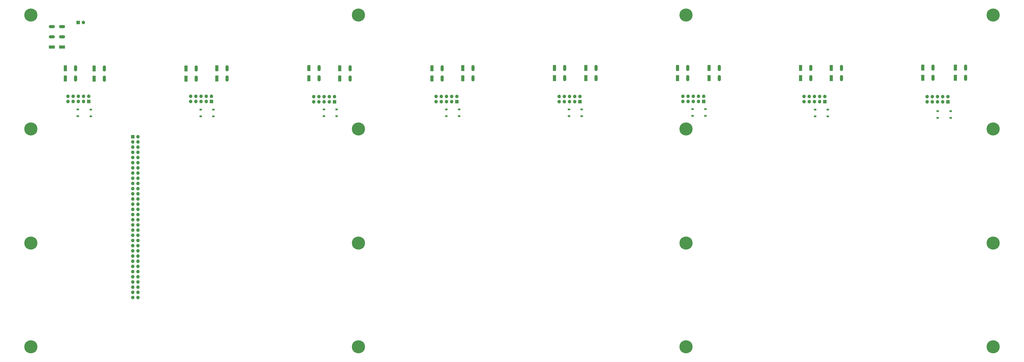
<source format=gbr>
%TF.GenerationSoftware,KiCad,Pcbnew,7.0.8*%
%TF.CreationDate,2023-11-15T12:31:59+01:00*%
%TF.ProjectId,secondary-board-rev1,7365636f-6e64-4617-9279-2d626f617264,rev?*%
%TF.SameCoordinates,Original*%
%TF.FileFunction,Soldermask,Top*%
%TF.FilePolarity,Negative*%
%FSLAX46Y46*%
G04 Gerber Fmt 4.6, Leading zero omitted, Abs format (unit mm)*
G04 Created by KiCad (PCBNEW 7.0.8) date 2023-11-15 12:31:59*
%MOMM*%
%LPD*%
G01*
G04 APERTURE LIST*
G04 Aperture macros list*
%AMRoundRect*
0 Rectangle with rounded corners*
0 $1 Rounding radius*
0 $2 $3 $4 $5 $6 $7 $8 $9 X,Y pos of 4 corners*
0 Add a 4 corners polygon primitive as box body*
4,1,4,$2,$3,$4,$5,$6,$7,$8,$9,$2,$3,0*
0 Add four circle primitives for the rounded corners*
1,1,$1+$1,$2,$3*
1,1,$1+$1,$4,$5*
1,1,$1+$1,$6,$7*
1,1,$1+$1,$8,$9*
0 Add four rect primitives between the rounded corners*
20,1,$1+$1,$2,$3,$4,$5,0*
20,1,$1+$1,$4,$5,$6,$7,0*
20,1,$1+$1,$6,$7,$8,$9,0*
20,1,$1+$1,$8,$9,$2,$3,0*%
G04 Aperture macros list end*
%ADD10R,1.500000X3.000000*%
%ADD11O,1.500000X3.000000*%
%ADD12C,0.800000*%
%ADD13C,6.400000*%
%ADD14RoundRect,0.225000X0.375000X-0.225000X0.375000X0.225000X-0.375000X0.225000X-0.375000X-0.225000X0*%
%ADD15R,1.700000X1.700000*%
%ADD16O,1.700000X1.700000*%
%ADD17R,3.000000X1.500000*%
%ADD18O,3.000000X1.500000*%
G04 APERTURE END LIST*
D10*
%TO.C,J8*%
X436503710Y-570744801D03*
X436503710Y-575744801D03*
D11*
X441503710Y-570744801D03*
X441503710Y-575744801D03*
%TD*%
D12*
%TO.C,H108*%
X438226938Y-656544801D03*
X438929882Y-654847745D03*
X438929882Y-658241857D03*
X440626938Y-654144801D03*
D13*
X440626938Y-656544801D03*
D12*
X440626938Y-658944801D03*
X442323994Y-654847745D03*
X442323994Y-658241857D03*
X443026938Y-656544801D03*
%TD*%
D14*
%TO.C,D128*%
X323573710Y-594368135D03*
X323573710Y-591068135D03*
%TD*%
D12*
%TO.C,H108*%
X278226938Y-544878135D03*
X278929882Y-543181079D03*
X278929882Y-546575191D03*
X280626938Y-542478135D03*
D13*
X280626938Y-544878135D03*
D12*
X280626938Y-547278135D03*
X282323994Y-543181079D03*
X282323994Y-546575191D03*
X283026938Y-544878135D03*
%TD*%
D14*
%TO.C,D130*%
X443873710Y-594268135D03*
X443873710Y-590968135D03*
%TD*%
D10*
%TO.C,J15*%
X196353710Y-571044801D03*
X196353710Y-576044801D03*
D11*
X201353710Y-571044801D03*
X201353710Y-576044801D03*
%TD*%
D14*
%TO.C,D129*%
X450073710Y-594268135D03*
X450073710Y-590968135D03*
%TD*%
%TO.C,D118*%
X263773710Y-594368135D03*
X263773710Y-591068135D03*
%TD*%
D15*
%TO.C,J109*%
X148873710Y-587218135D03*
D16*
X148873710Y-584678135D03*
X146333710Y-587218135D03*
X146333710Y-584678135D03*
X143793710Y-587218135D03*
X143793710Y-584678135D03*
X141253710Y-587218135D03*
X141253710Y-584678135D03*
X138713710Y-587218135D03*
X138713710Y-584678135D03*
%TD*%
D10*
%TO.C,J7*%
X451903710Y-570744801D03*
X451903710Y-575744801D03*
D11*
X456903710Y-570744801D03*
X456903710Y-575744801D03*
%TD*%
D10*
%TO.C,J2*%
X137403710Y-570944801D03*
X137403710Y-575944801D03*
D11*
X142403710Y-570944801D03*
X142403710Y-575944801D03*
%TD*%
D12*
%TO.C,H108*%
X438226938Y-707378135D03*
X438929882Y-705681079D03*
X438929882Y-709075191D03*
X440626938Y-704978135D03*
D13*
X440626938Y-707378135D03*
D12*
X440626938Y-709778135D03*
X442323994Y-705681079D03*
X442323994Y-709075191D03*
X443026938Y-707378135D03*
%TD*%
%TO.C,H108*%
X278226938Y-707378135D03*
X278929882Y-705681079D03*
X278929882Y-709075191D03*
X280626938Y-704978135D03*
D13*
X280626938Y-707378135D03*
D12*
X280626938Y-709778135D03*
X282323994Y-705681079D03*
X282323994Y-709075191D03*
X283026938Y-707378135D03*
%TD*%
D14*
%TO.C,D132*%
X503673710Y-594468135D03*
X503673710Y-591168135D03*
%TD*%
%TO.C,D134*%
X569873710Y-595268135D03*
X569873710Y-591968135D03*
%TD*%
D12*
%TO.C,H108*%
X588226938Y-707378135D03*
X588929882Y-705681079D03*
X588929882Y-709075191D03*
X590626938Y-704978135D03*
D13*
X590626938Y-707378135D03*
D12*
X590626938Y-709778135D03*
X592323994Y-705681079D03*
X592323994Y-709075191D03*
X593026938Y-707378135D03*
%TD*%
%TO.C,H108*%
X118226938Y-544878135D03*
X118929882Y-543181079D03*
X118929882Y-546575191D03*
X120626938Y-542478135D03*
D13*
X120626938Y-544878135D03*
D12*
X120626938Y-547278135D03*
X122323994Y-543181079D03*
X122323994Y-546575191D03*
X123026938Y-544878135D03*
%TD*%
D10*
%TO.C,J17*%
X256353710Y-570844801D03*
X256353710Y-575844801D03*
D11*
X261353710Y-570844801D03*
X261353710Y-575844801D03*
%TD*%
D10*
%TO.C,J3*%
X572203710Y-570644801D03*
X572203710Y-575644801D03*
D11*
X577203710Y-570644801D03*
X577203710Y-575644801D03*
%TD*%
D15*
%TO.C,J116*%
X568533710Y-587418135D03*
D16*
X568533710Y-584878135D03*
X565993710Y-587418135D03*
X565993710Y-584878135D03*
X563453710Y-587418135D03*
X563453710Y-584878135D03*
X560913710Y-587418135D03*
X560913710Y-584878135D03*
X558373710Y-587418135D03*
X558373710Y-584878135D03*
%TD*%
D12*
%TO.C,H108*%
X118226938Y-600711468D03*
X118929882Y-599014412D03*
X118929882Y-602408524D03*
X120626938Y-598311468D03*
D13*
X120626938Y-600711468D03*
D12*
X120626938Y-603111468D03*
X122323994Y-599014412D03*
X122323994Y-602408524D03*
X123026938Y-600711468D03*
%TD*%
D10*
%TO.C,J11*%
X376353710Y-570744801D03*
X376353710Y-575744801D03*
D11*
X381353710Y-570744801D03*
X381353710Y-575744801D03*
%TD*%
D14*
%TO.C,D122*%
X383473710Y-594368135D03*
X383473710Y-591068135D03*
%TD*%
%TO.C,D133*%
X203573710Y-594468135D03*
X203573710Y-591168135D03*
%TD*%
D15*
%TO.C,J114*%
X449263710Y-587208135D03*
D16*
X449263710Y-584668135D03*
X446723710Y-587208135D03*
X446723710Y-584668135D03*
X444183710Y-587208135D03*
X444183710Y-584668135D03*
X441643710Y-587208135D03*
X441643710Y-584668135D03*
X439103710Y-587208135D03*
X439103710Y-584668135D03*
%TD*%
D14*
%TO.C,D123*%
X149873710Y-594468135D03*
X149873710Y-591168135D03*
%TD*%
D10*
%TO.C,J9*%
X391703710Y-570744801D03*
X391703710Y-575744801D03*
D11*
X396703710Y-570744801D03*
X396703710Y-575744801D03*
%TD*%
D15*
%TO.C,J112*%
X328673710Y-587318135D03*
D16*
X328673710Y-584778135D03*
X326133710Y-587318135D03*
X326133710Y-584778135D03*
X323593710Y-587318135D03*
X323593710Y-584778135D03*
X321053710Y-587318135D03*
X321053710Y-584778135D03*
X318513710Y-587318135D03*
X318513710Y-584778135D03*
%TD*%
D12*
%TO.C,H108*%
X438226938Y-544878135D03*
X438929882Y-543181079D03*
X438929882Y-546575191D03*
X440626938Y-542478135D03*
D13*
X440626938Y-544878135D03*
D12*
X440626938Y-547278135D03*
X442323994Y-543181079D03*
X442323994Y-546575191D03*
X443026938Y-544878135D03*
%TD*%
D10*
%TO.C,J13*%
X316503710Y-570944801D03*
X316503710Y-575944801D03*
D11*
X321503710Y-570944801D03*
X321503710Y-575944801D03*
%TD*%
D14*
%TO.C,D131*%
X209773710Y-594468135D03*
X209773710Y-591168135D03*
%TD*%
%TO.C,D127*%
X329773710Y-594368135D03*
X329773710Y-591068135D03*
%TD*%
D12*
%TO.C,H108*%
X278226938Y-656544801D03*
X278929882Y-654847745D03*
X278929882Y-658241857D03*
X280626938Y-654144801D03*
D13*
X280626938Y-656544801D03*
D12*
X280626938Y-658944801D03*
X282323994Y-654847745D03*
X282323994Y-658241857D03*
X283026938Y-656544801D03*
%TD*%
%TO.C,H108*%
X118226938Y-656544801D03*
X118929882Y-654847745D03*
X118929882Y-658241857D03*
X120626938Y-654144801D03*
D13*
X120626938Y-656544801D03*
D12*
X120626938Y-658944801D03*
X122323994Y-654847745D03*
X122323994Y-658241857D03*
X123026938Y-656544801D03*
%TD*%
D14*
%TO.C,D117*%
X509873710Y-594468135D03*
X509873710Y-591168135D03*
%TD*%
D10*
%TO.C,J12*%
X331603710Y-570844801D03*
X331603710Y-575844801D03*
D11*
X336603710Y-570844801D03*
X336603710Y-575844801D03*
%TD*%
D12*
%TO.C,H108*%
X278226938Y-600711468D03*
X278929882Y-599014412D03*
X278929882Y-602408524D03*
X280626938Y-598311468D03*
D13*
X280626938Y-600711468D03*
D12*
X280626938Y-603111468D03*
X282323994Y-599014412D03*
X282323994Y-602408524D03*
X283026938Y-600711468D03*
%TD*%
%TO.C,H108*%
X438226938Y-600711468D03*
X438929882Y-599014412D03*
X438929882Y-602408524D03*
X440626938Y-598311468D03*
D13*
X440626938Y-600711468D03*
D12*
X440626938Y-603111468D03*
X442323994Y-599014412D03*
X442323994Y-602408524D03*
X443026938Y-600711468D03*
%TD*%
D10*
%TO.C,J10*%
X271503710Y-570944801D03*
X271503710Y-575944801D03*
D11*
X276503710Y-570944801D03*
X276503710Y-575944801D03*
%TD*%
D14*
%TO.C,D119*%
X563573710Y-595268135D03*
X563573710Y-591968135D03*
%TD*%
%TO.C,D120*%
X269973710Y-594368135D03*
X269973710Y-591068135D03*
%TD*%
D12*
%TO.C,H108*%
X118226938Y-707378135D03*
X118929882Y-705681079D03*
X118929882Y-709075191D03*
X120626938Y-704978135D03*
D13*
X120626938Y-707378135D03*
D12*
X120626938Y-709778135D03*
X122323994Y-705681079D03*
X122323994Y-709075191D03*
X123026938Y-707378135D03*
%TD*%
D15*
%TO.C,J111*%
X268893710Y-587418135D03*
D16*
X268893710Y-584878135D03*
X266353710Y-587418135D03*
X266353710Y-584878135D03*
X263813710Y-587418135D03*
X263813710Y-584878135D03*
X261273710Y-587418135D03*
X261273710Y-584878135D03*
X258733710Y-587418135D03*
X258733710Y-584878135D03*
%TD*%
D10*
%TO.C,J4*%
X556303710Y-570644801D03*
X556303710Y-575644801D03*
D11*
X561303710Y-570644801D03*
X561303710Y-575644801D03*
%TD*%
D14*
%TO.C,D124*%
X143573710Y-594368135D03*
X143573710Y-591068135D03*
%TD*%
D17*
%TO.C,J203*%
X130843710Y-560528135D03*
X135843710Y-560528135D03*
D18*
X130843710Y-555528135D03*
X135843710Y-555528135D03*
X130843710Y-550528135D03*
X135843710Y-550528135D03*
%TD*%
D15*
%TO.C,J115*%
X508463710Y-587308135D03*
D16*
X508463710Y-584768135D03*
X505923710Y-587308135D03*
X505923710Y-584768135D03*
X503383710Y-587308135D03*
X503383710Y-584768135D03*
X500843710Y-587308135D03*
X500843710Y-584768135D03*
X498303710Y-587308135D03*
X498303710Y-584768135D03*
%TD*%
D15*
%TO.C,J118*%
X170333710Y-604508135D03*
D16*
X172873710Y-604508135D03*
X170333710Y-607048135D03*
X172873710Y-607048135D03*
X170333710Y-609588135D03*
X172873710Y-609588135D03*
X170333710Y-612128135D03*
X172873710Y-612128135D03*
X170333710Y-614668135D03*
X172873710Y-614668135D03*
X170333710Y-617208135D03*
X172873710Y-617208135D03*
X170333710Y-619748135D03*
X172873710Y-619748135D03*
X170333710Y-622288135D03*
X172873710Y-622288135D03*
X170333710Y-624828135D03*
X172873710Y-624828135D03*
X170333710Y-627368135D03*
X172873710Y-627368135D03*
X170333710Y-629908135D03*
X172873710Y-629908135D03*
X170333710Y-632448135D03*
X172873710Y-632448135D03*
X170333710Y-634988135D03*
X172873710Y-634988135D03*
X170333710Y-637528135D03*
X172873710Y-637528135D03*
X170333710Y-640068135D03*
X172873710Y-640068135D03*
X170333710Y-642608135D03*
X172873710Y-642608135D03*
X170333710Y-645148135D03*
X172873710Y-645148135D03*
X170333710Y-647688135D03*
X172873710Y-647688135D03*
X170333710Y-650228135D03*
X172873710Y-650228135D03*
X170333710Y-652768135D03*
X172873710Y-652768135D03*
X170333710Y-655308135D03*
X172873710Y-655308135D03*
X170333710Y-657848135D03*
X172873710Y-657848135D03*
X170333710Y-660388135D03*
X172873710Y-660388135D03*
X170333710Y-662928135D03*
X172873710Y-662928135D03*
X170333710Y-665468135D03*
X172873710Y-665468135D03*
X170333710Y-668008135D03*
X172873710Y-668008135D03*
X170333710Y-670548135D03*
X172873710Y-670548135D03*
X170333710Y-673088135D03*
X172873710Y-673088135D03*
X170333710Y-675628135D03*
X172873710Y-675628135D03*
X170333710Y-678168135D03*
X172873710Y-678168135D03*
X170333710Y-680708135D03*
X172873710Y-680708135D03*
X170333710Y-683248135D03*
X172873710Y-683248135D03*
%TD*%
D15*
%TO.C,JP202*%
X143713710Y-548518135D03*
D16*
X146253710Y-548518135D03*
%TD*%
D10*
%TO.C,J5*%
X511553710Y-570744801D03*
X511553710Y-575744801D03*
D11*
X516553710Y-570744801D03*
X516553710Y-575744801D03*
%TD*%
D12*
%TO.C,H108*%
X588226938Y-600711468D03*
X588929882Y-599014412D03*
X588929882Y-602408524D03*
X590626938Y-598311468D03*
D13*
X590626938Y-600711468D03*
D12*
X590626938Y-603111468D03*
X592323994Y-599014412D03*
X592323994Y-602408524D03*
X593026938Y-600711468D03*
%TD*%
D15*
%TO.C,J110*%
X208833710Y-587218135D03*
D16*
X208833710Y-584678135D03*
X206293710Y-587218135D03*
X206293710Y-584678135D03*
X203753710Y-587218135D03*
X203753710Y-584678135D03*
X201213710Y-587218135D03*
X201213710Y-584678135D03*
X198673710Y-587218135D03*
X198673710Y-584678135D03*
%TD*%
D12*
%TO.C,H108*%
X588226938Y-544878135D03*
X588929882Y-543181079D03*
X588929882Y-546575191D03*
X590626938Y-542478135D03*
D13*
X590626938Y-544878135D03*
D12*
X590626938Y-547278135D03*
X592323994Y-543181079D03*
X592323994Y-546575191D03*
X593026938Y-544878135D03*
%TD*%
D10*
%TO.C,J16*%
X211453710Y-570944801D03*
X211453710Y-575944801D03*
D11*
X216453710Y-570944801D03*
X216453710Y-575944801D03*
%TD*%
D12*
%TO.C,H108*%
X588226938Y-656544801D03*
X588929882Y-654847745D03*
X588929882Y-658241857D03*
X590626938Y-654144801D03*
D13*
X590626938Y-656544801D03*
D12*
X590626938Y-658944801D03*
X592323994Y-654847745D03*
X592323994Y-658241857D03*
X593026938Y-656544801D03*
%TD*%
D14*
%TO.C,D121*%
X389673710Y-594368135D03*
X389673710Y-591068135D03*
%TD*%
D10*
%TO.C,J14*%
X151453710Y-571044801D03*
X151453710Y-576044801D03*
D11*
X156453710Y-571044801D03*
X156453710Y-576044801D03*
%TD*%
D10*
%TO.C,J6*%
X496603710Y-570744801D03*
X496603710Y-575744801D03*
D11*
X501603710Y-570744801D03*
X501603710Y-575744801D03*
%TD*%
D15*
%TO.C,J113*%
X388813710Y-587318135D03*
D16*
X388813710Y-584778135D03*
X386273710Y-587318135D03*
X386273710Y-584778135D03*
X383733710Y-587318135D03*
X383733710Y-584778135D03*
X381193710Y-587318135D03*
X381193710Y-584778135D03*
X378653710Y-587318135D03*
X378653710Y-584778135D03*
%TD*%
M02*

</source>
